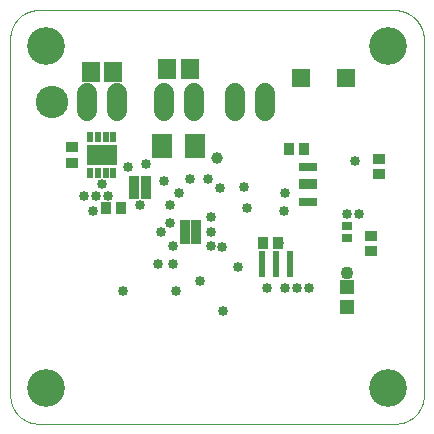
<source format=gbs>
G04 EAGLE Gerber RS-274X export*
G75*
%MOMM*%
%FSLAX35Y35*%
%LPD*%
%INsolder_mask_bottom*%
%IPPOS*%
%AMOC8*
5,1,8,0,0,1.08239X$1,22.5*%
G01*
%ADD10C,0.000000*%
%ADD11R,1.503200X1.703200*%
%ADD12R,1.103200X0.903200*%
%ADD13R,0.903200X1.103200*%
%ADD14R,1.603200X1.603200*%
%ADD15R,2.603200X1.703200*%
%ADD16R,0.553200X0.853200*%
%ADD17R,1.803200X2.006200*%
%ADD18C,1.703200*%
%ADD19R,0.603200X2.203200*%
%ADD20R,1.303200X1.203200*%
%ADD21R,0.903200X0.803200*%
%ADD22C,2.743200*%
%ADD23R,0.853200X0.503200*%
%ADD24R,1.603200X0.773200*%
%ADD25R,1.603200X0.853200*%
%ADD26C,0.853200*%
%ADD27C,3.203200*%
%ADD28C,1.003200*%
%ADD29C,1.103200*%


D10*
X250000Y0D02*
X3250000Y0D01*
X3500000Y225000D02*
X3500000Y3275000D01*
X3225000Y3500000D02*
X250000Y3500000D01*
X0Y3275000D02*
X0Y225000D01*
X0Y3275000D02*
X371Y3280735D01*
X881Y3286460D01*
X1529Y3292170D01*
X2315Y3297864D01*
X3238Y3303536D01*
X4298Y3309185D01*
X5494Y3314806D01*
X6826Y3320397D01*
X8292Y3325954D01*
X9892Y3331474D01*
X11626Y3336954D01*
X13491Y3342390D01*
X15487Y3347780D01*
X17612Y3353120D01*
X19866Y3358406D01*
X22247Y3363637D01*
X24754Y3368809D01*
X27385Y3373919D01*
X30138Y3378963D01*
X33013Y3383940D01*
X36007Y3388846D01*
X39119Y3393678D01*
X42347Y3398433D01*
X45688Y3403109D01*
X49142Y3407703D01*
X52706Y3412212D01*
X56377Y3416633D01*
X60154Y3420965D01*
X64035Y3425204D01*
X68018Y3429348D01*
X72099Y3433395D01*
X76276Y3437342D01*
X80548Y3441186D01*
X84912Y3444927D01*
X89365Y3448561D01*
X93904Y3452086D01*
X98527Y3455500D01*
X103231Y3458802D01*
X108014Y3461989D01*
X112872Y3465060D01*
X117803Y3468012D01*
X122804Y3470844D01*
X127872Y3473555D01*
X133003Y3476142D01*
X138196Y3478605D01*
X143447Y3480942D01*
X148753Y3483150D01*
X154111Y3485230D01*
X159517Y3487180D01*
X164969Y3488999D01*
X170463Y3490686D01*
X175997Y3492239D01*
X181566Y3493658D01*
X187168Y3494942D01*
X192799Y3496090D01*
X198457Y3497102D01*
X204137Y3497977D01*
X209837Y3498715D01*
X215553Y3499314D01*
X221281Y3499775D01*
X227020Y3500098D01*
X232764Y3500282D01*
X238511Y3500327D01*
X244257Y3500233D01*
X250000Y3500000D01*
X3225000Y3500000D02*
X3231143Y3500538D01*
X3237297Y3500926D01*
X3243459Y3501162D01*
X3249625Y3501247D01*
X3255791Y3501180D01*
X3261953Y3500962D01*
X3268109Y3500594D01*
X3274253Y3500074D01*
X3280383Y3499403D01*
X3286494Y3498582D01*
X3292584Y3497612D01*
X3298648Y3496492D01*
X3304682Y3495224D01*
X3310684Y3493808D01*
X3316649Y3492246D01*
X3322574Y3490537D01*
X3328455Y3488684D01*
X3334289Y3486686D01*
X3340072Y3484546D01*
X3345801Y3482265D01*
X3351472Y3479844D01*
X3357083Y3477285D01*
X3362628Y3474588D01*
X3368106Y3471757D01*
X3373512Y3468792D01*
X3378845Y3465694D01*
X3384099Y3462467D01*
X3389273Y3459113D01*
X3394363Y3455632D01*
X3399366Y3452027D01*
X3404279Y3448300D01*
X3409099Y3444454D01*
X3413823Y3440491D01*
X3418449Y3436414D01*
X3422973Y3432224D01*
X3427393Y3427924D01*
X3431706Y3423517D01*
X3435909Y3419005D01*
X3440001Y3414392D01*
X3443978Y3409679D01*
X3447839Y3404871D01*
X3451580Y3399969D01*
X3455199Y3394977D01*
X3458695Y3389897D01*
X3462066Y3384733D01*
X3465309Y3379489D01*
X3468422Y3374166D01*
X3471403Y3368768D01*
X3474251Y3363299D01*
X3476964Y3357761D01*
X3479540Y3352159D01*
X3481978Y3346495D01*
X3484276Y3340773D01*
X3486433Y3334996D01*
X3488448Y3329168D01*
X3490319Y3323292D01*
X3492045Y3317372D01*
X3493626Y3311412D01*
X3495060Y3305415D01*
X3496346Y3299384D01*
X3497484Y3293323D01*
X3498472Y3287237D01*
X3499311Y3281128D01*
X3500000Y3275000D01*
X3500000Y225000D02*
X3499629Y219265D01*
X3499119Y213540D01*
X3498471Y207830D01*
X3497685Y202136D01*
X3496762Y196464D01*
X3495702Y190815D01*
X3494506Y185194D01*
X3493174Y179603D01*
X3491708Y174046D01*
X3490108Y168526D01*
X3488374Y163046D01*
X3486509Y157610D01*
X3484513Y152220D01*
X3482388Y146880D01*
X3480134Y141594D01*
X3477753Y136363D01*
X3475246Y131191D01*
X3472615Y126081D01*
X3469862Y121037D01*
X3466987Y116060D01*
X3463993Y111154D01*
X3460881Y106322D01*
X3457653Y101567D01*
X3454312Y96891D01*
X3450858Y92297D01*
X3447294Y87788D01*
X3443623Y83367D01*
X3439846Y79035D01*
X3435965Y74796D01*
X3431982Y70652D01*
X3427901Y66605D01*
X3423724Y62658D01*
X3419452Y58814D01*
X3415088Y55073D01*
X3410635Y51439D01*
X3406096Y47914D01*
X3401473Y44500D01*
X3396769Y41198D01*
X3391986Y38011D01*
X3387128Y34940D01*
X3382197Y31988D01*
X3377196Y29156D01*
X3372128Y26445D01*
X3366997Y23858D01*
X3361804Y21395D01*
X3356553Y19058D01*
X3351247Y16850D01*
X3345889Y14770D01*
X3340483Y12820D01*
X3335031Y11001D01*
X3329537Y9314D01*
X3324003Y7761D01*
X3318434Y6342D01*
X3312832Y5058D01*
X3307201Y3910D01*
X3301543Y2898D01*
X3295863Y2023D01*
X3290163Y1285D01*
X3284447Y686D01*
X3278719Y225D01*
X3272980Y-98D01*
X3267236Y-282D01*
X3261489Y-327D01*
X3255743Y-233D01*
X3250000Y0D01*
X250000Y0D02*
X244257Y-233D01*
X238511Y-327D01*
X232764Y-282D01*
X227020Y-98D01*
X221281Y225D01*
X215553Y686D01*
X209837Y1285D01*
X204137Y2023D01*
X198457Y2898D01*
X192799Y3910D01*
X187168Y5058D01*
X181566Y6342D01*
X175997Y7761D01*
X170463Y9314D01*
X164969Y11001D01*
X159517Y12820D01*
X154111Y14770D01*
X148753Y16850D01*
X143447Y19058D01*
X138196Y21395D01*
X133003Y23858D01*
X127872Y26445D01*
X122804Y29156D01*
X117803Y31988D01*
X112872Y34940D01*
X108014Y38011D01*
X103231Y41198D01*
X98527Y44500D01*
X93904Y47914D01*
X89365Y51439D01*
X84912Y55073D01*
X80548Y58814D01*
X76276Y62658D01*
X72099Y66605D01*
X68018Y70652D01*
X64035Y74796D01*
X60154Y79035D01*
X56377Y83367D01*
X52706Y87788D01*
X49142Y92297D01*
X45688Y96891D01*
X42347Y101567D01*
X39119Y106322D01*
X36007Y111154D01*
X33013Y116060D01*
X30138Y121037D01*
X27385Y126081D01*
X24754Y131191D01*
X22247Y136363D01*
X19866Y141594D01*
X17612Y146880D01*
X15487Y152220D01*
X13491Y157610D01*
X11626Y163046D01*
X9892Y168526D01*
X8292Y174046D01*
X6826Y179603D01*
X5494Y185194D01*
X4298Y190815D01*
X3238Y196464D01*
X2315Y202136D01*
X1529Y207830D01*
X881Y213540D01*
X371Y219265D01*
X0Y225000D01*
X3225000Y3500000D02*
X3231143Y3500538D01*
X3237297Y3500926D01*
X3243459Y3501162D01*
X3249625Y3501247D01*
X3255791Y3501180D01*
X3261953Y3500962D01*
X3268109Y3500594D01*
X3274253Y3500074D01*
X3280383Y3499403D01*
X3286494Y3498582D01*
X3292584Y3497612D01*
X3298648Y3496492D01*
X3304682Y3495224D01*
X3310684Y3493808D01*
X3316649Y3492246D01*
X3322574Y3490537D01*
X3328455Y3488684D01*
X3334289Y3486686D01*
X3340072Y3484546D01*
X3345801Y3482265D01*
X3351472Y3479844D01*
X3357083Y3477285D01*
X3362628Y3474588D01*
X3368106Y3471757D01*
X3373512Y3468792D01*
X3378845Y3465694D01*
X3384099Y3462467D01*
X3389273Y3459113D01*
X3394363Y3455632D01*
X3399366Y3452027D01*
X3404279Y3448300D01*
X3409099Y3444454D01*
X3413823Y3440491D01*
X3418449Y3436414D01*
X3422973Y3432224D01*
X3427393Y3427924D01*
X3431706Y3423517D01*
X3435909Y3419005D01*
X3440001Y3414392D01*
X3443978Y3409679D01*
X3447839Y3404871D01*
X3451580Y3399969D01*
X3455199Y3394977D01*
X3458695Y3389897D01*
X3462066Y3384733D01*
X3465309Y3379489D01*
X3468422Y3374166D01*
X3471403Y3368768D01*
X3474251Y3363299D01*
X3476964Y3357761D01*
X3479540Y3352159D01*
X3481978Y3346495D01*
X3484276Y3340773D01*
X3486433Y3334996D01*
X3488448Y3329168D01*
X3490319Y3323292D01*
X3492045Y3317372D01*
X3493626Y3311412D01*
X3495060Y3305415D01*
X3496346Y3299384D01*
X3497484Y3293323D01*
X3498472Y3287237D01*
X3499311Y3281128D01*
X3500000Y3275000D01*
X3500000Y225000D02*
X3499629Y219265D01*
X3499119Y213540D01*
X3498471Y207830D01*
X3497685Y202136D01*
X3496762Y196464D01*
X3495702Y190815D01*
X3494506Y185194D01*
X3493174Y179603D01*
X3491708Y174046D01*
X3490108Y168526D01*
X3488374Y163046D01*
X3486509Y157610D01*
X3484513Y152220D01*
X3482388Y146880D01*
X3480134Y141594D01*
X3477753Y136363D01*
X3475246Y131191D01*
X3472615Y126081D01*
X3469862Y121037D01*
X3466987Y116060D01*
X3463993Y111154D01*
X3460881Y106322D01*
X3457653Y101567D01*
X3454312Y96891D01*
X3450858Y92297D01*
X3447294Y87788D01*
X3443623Y83367D01*
X3439846Y79035D01*
X3435965Y74796D01*
X3431982Y70652D01*
X3427901Y66605D01*
X3423724Y62658D01*
X3419452Y58814D01*
X3415088Y55073D01*
X3410635Y51439D01*
X3406096Y47914D01*
X3401473Y44500D01*
X3396769Y41198D01*
X3391986Y38011D01*
X3387128Y34940D01*
X3382197Y31988D01*
X3377196Y29156D01*
X3372128Y26445D01*
X3366997Y23858D01*
X3361804Y21395D01*
X3356553Y19058D01*
X3351247Y16850D01*
X3345889Y14770D01*
X3340483Y12820D01*
X3335031Y11001D01*
X3329537Y9314D01*
X3324003Y7761D01*
X3318434Y6342D01*
X3312832Y5058D01*
X3307201Y3910D01*
X3301543Y2898D01*
X3295863Y2023D01*
X3290163Y1285D01*
X3284447Y686D01*
X3278719Y225D01*
X3272980Y-98D01*
X3267236Y-282D01*
X3261489Y-327D01*
X3255743Y-233D01*
X3250000Y0D01*
X250000Y0D02*
X244257Y-233D01*
X238511Y-327D01*
X232764Y-282D01*
X227020Y-98D01*
X221281Y225D01*
X215553Y686D01*
X209837Y1285D01*
X204137Y2023D01*
X198457Y2898D01*
X192799Y3910D01*
X187168Y5058D01*
X181566Y6342D01*
X175997Y7761D01*
X170463Y9314D01*
X164969Y11001D01*
X159517Y12820D01*
X154111Y14770D01*
X148753Y16850D01*
X143447Y19058D01*
X138196Y21395D01*
X133003Y23858D01*
X127872Y26445D01*
X122804Y29156D01*
X117803Y31988D01*
X112872Y34940D01*
X108014Y38011D01*
X103231Y41198D01*
X98527Y44500D01*
X93904Y47914D01*
X89365Y51439D01*
X84912Y55073D01*
X80548Y58814D01*
X76276Y62658D01*
X72099Y66605D01*
X68018Y70652D01*
X64035Y74796D01*
X60154Y79035D01*
X56377Y83367D01*
X52706Y87788D01*
X49142Y92297D01*
X45688Y96891D01*
X42347Y101567D01*
X39119Y106322D01*
X36007Y111154D01*
X33013Y116060D01*
X30138Y121037D01*
X27385Y126081D01*
X24754Y131191D01*
X22247Y136363D01*
X19866Y141594D01*
X17612Y146880D01*
X15487Y152220D01*
X13491Y157610D01*
X11626Y163046D01*
X9892Y168526D01*
X8292Y174046D01*
X6826Y179603D01*
X5494Y185194D01*
X4298Y190815D01*
X3238Y196464D01*
X2315Y202136D01*
X1529Y207830D01*
X881Y213540D01*
X371Y219265D01*
X0Y225000D01*
D11*
X1330000Y3000000D03*
X1520000Y3000000D03*
D12*
X525000Y2210000D03*
X525000Y2340000D03*
D13*
X2135000Y1525000D03*
X2265000Y1525000D03*
X940000Y1825000D03*
X810000Y1825000D03*
D14*
X2460000Y2925000D03*
X2840000Y2925000D03*
D15*
X775000Y2275000D03*
D16*
X872500Y2120000D03*
X807500Y2120000D03*
X742500Y2120000D03*
X677500Y2120000D03*
X872500Y2430000D03*
X807500Y2430000D03*
X742500Y2430000D03*
X677500Y2430000D03*
D17*
X1282800Y2350000D03*
X1567200Y2350000D03*
D11*
X680000Y2975000D03*
X870000Y2975000D03*
D18*
X1552000Y2800000D02*
X1552000Y2650000D01*
X1298000Y2650000D02*
X1298000Y2800000D01*
X902000Y2800000D02*
X902000Y2650000D01*
X648000Y2650000D02*
X648000Y2800000D01*
D19*
X2370000Y1350000D03*
X2250000Y1350000D03*
X2130000Y1350000D03*
D18*
X2152000Y2650000D02*
X2152000Y2800000D01*
X1898000Y2800000D02*
X1898000Y2650000D01*
D12*
X3125000Y2110000D03*
X3125000Y2240000D03*
D13*
X2360000Y2325000D03*
X2490000Y2325000D03*
D20*
X2850000Y1160000D03*
X2850000Y990000D03*
D12*
X3050000Y1460000D03*
X3050000Y1590000D03*
D21*
X2850000Y1675000D03*
X2850000Y1575000D03*
D22*
X350000Y2725000D03*
D23*
X1475000Y1550000D03*
X1475000Y1600000D03*
X1475000Y1650000D03*
X1475000Y1700000D03*
X1575000Y1700000D03*
X1575000Y1650000D03*
X1575000Y1600000D03*
X1575000Y1550000D03*
X1150000Y2075000D03*
X1150000Y2025000D03*
X1150000Y1975000D03*
X1150000Y1925000D03*
X1050000Y1925000D03*
X1050000Y1975000D03*
X1050000Y2025000D03*
X1050000Y2075000D03*
D24*
X2518500Y1875000D03*
X2518500Y2175000D03*
D25*
X2518500Y2025000D03*
D26*
X2950000Y1775000D03*
D27*
X300000Y3200000D03*
X300000Y300000D03*
X3200000Y300000D03*
X3200000Y3200000D03*
D26*
X700000Y1800000D03*
X1925000Y1325000D03*
X2000000Y1825000D03*
X1250000Y1350000D03*
X1350000Y1850000D03*
X2275000Y1525000D03*
X1400000Y1125000D03*
X1100000Y1850000D03*
X950000Y1125000D03*
X2325000Y1950000D03*
X1675000Y2075000D03*
X1525000Y2075000D03*
D28*
X1750000Y2250000D03*
D26*
X1700000Y1625000D03*
X1700000Y1750000D03*
X1700000Y1500000D03*
X1425000Y1950000D03*
X825000Y1925000D03*
X725000Y1925000D03*
X2917500Y2225000D03*
X1375000Y1350000D03*
X2525000Y1150000D03*
X2425000Y1150000D03*
X1608462Y1208462D03*
X2325000Y1150000D03*
X2175000Y1150000D03*
X1150000Y2200000D03*
X1775000Y1994200D03*
X1977007Y2000800D03*
X1350000Y1700000D03*
X1275000Y1625000D03*
X1375000Y1500000D03*
X775000Y2025000D03*
X625000Y1925000D03*
X1000000Y2175000D03*
X1789500Y1497576D03*
X1800000Y950000D03*
X2313064Y1797500D03*
X2850000Y1775000D03*
D29*
X2850000Y1275000D03*
D26*
X1300000Y2050000D03*
M02*

</source>
